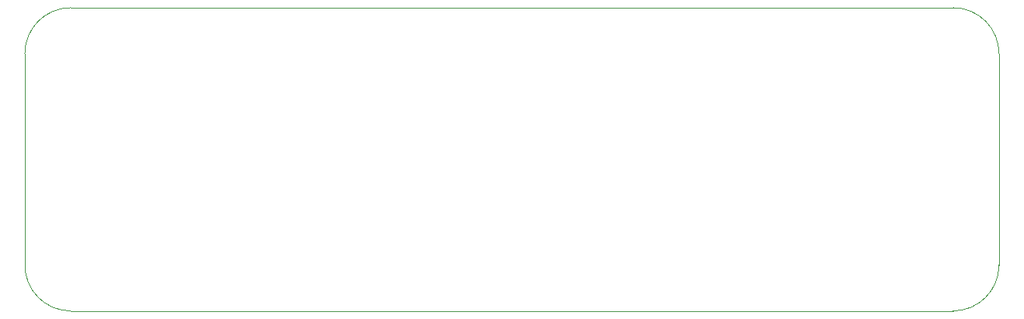
<source format=gbr>
%TF.GenerationSoftware,KiCad,Pcbnew,6.0.11-2627ca5db0~126~ubuntu22.04.1*%
%TF.CreationDate,2023-03-12T12:19:34+01:00*%
%TF.ProjectId,Stepper_Driver_TMC2225-SA-Tx4,53746570-7065-4725-9f44-72697665725f,rev?*%
%TF.SameCoordinates,Original*%
%TF.FileFunction,Profile,NP*%
%FSLAX46Y46*%
G04 Gerber Fmt 4.6, Leading zero omitted, Abs format (unit mm)*
G04 Created by KiCad (PCBNEW 6.0.11-2627ca5db0~126~ubuntu22.04.1) date 2023-03-12 12:19:34*
%MOMM*%
%LPD*%
G01*
G04 APERTURE LIST*
%TA.AperFunction,Profile*%
%ADD10C,0.100000*%
%TD*%
G04 APERTURE END LIST*
D10*
X121000000Y-53000000D02*
X25000000Y-53000000D01*
X126000000Y-25000000D02*
X126000000Y-48000000D01*
X20000000Y-48000000D02*
G75*
G03*
X25000000Y-53000000I5000000J0D01*
G01*
X20000000Y-48000000D02*
X20000000Y-25000000D01*
X25000000Y-20000000D02*
G75*
G03*
X20000000Y-25000000I0J-5000000D01*
G01*
X126000000Y-25000000D02*
G75*
G03*
X121000000Y-20000000I-5000000J0D01*
G01*
X25000000Y-20000000D02*
X121000000Y-20000000D01*
X121000000Y-53000000D02*
G75*
G03*
X126000000Y-48000000I0J5000000D01*
G01*
M02*

</source>
